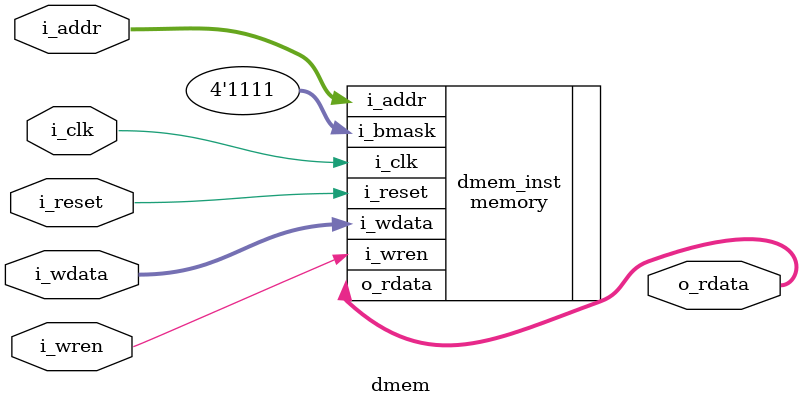
<source format=sv>
module dmem(
    input                       i_clk, 
    input                       i_reset, 
    input      [31:0]           i_addr, 
    input      [31:0]           i_wdata,
    input                       i_wren,     
    output logic [31:0]         o_rdata  
);
    memory dmem_inst (
        .i_clk              (i_clk), 
        .i_reset            (i_reset), 
        .i_addr             (i_addr),
        .i_wdata            (i_wdata),
        .i_bmask            (4'b1111), //write all 4 bytes = 32bit
        .i_wren             (i_wren),
        .o_rdata            (o_rdata)
    );
    
endmodule 
</source>
